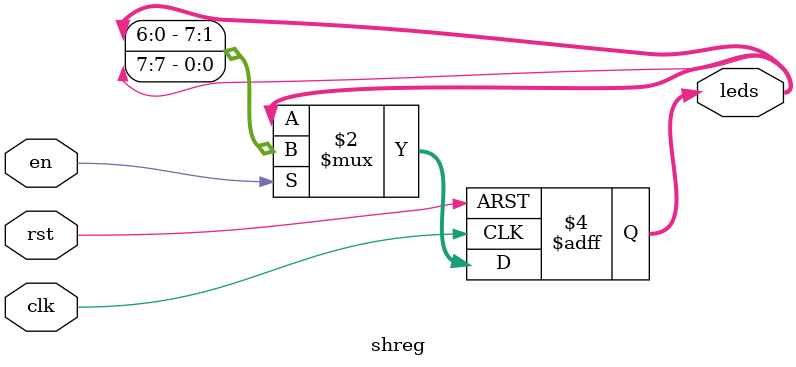
<source format=sv>
`timescale 1ns / 1ps


module shreg(input clk, input rst, input en, output logic [7:0] leds
    );
    
always @ (posedge clk, posedge rst)
    if(rst)
        leds <= {7'b0, 1'b1};
    else if(en)
        leds <= {leds[6:0], leds[7]}; // przypisanie nieblokujace
         
endmodule

</source>
